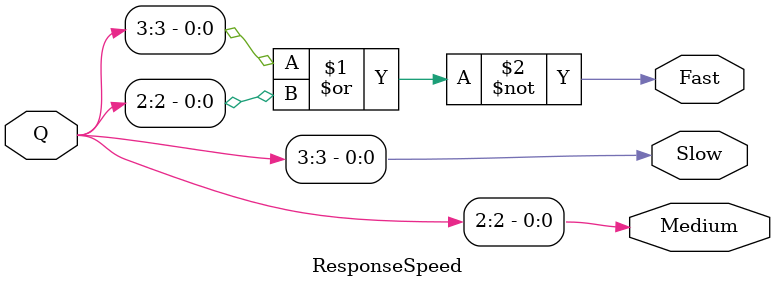
<source format=v>
`timescale 1ns / 1ps
module ResponseSpeed (input [3:0] Q, output Fast, Medium, Slow);
assign Slow = Q[3];
assign Medium = Q[2];
assign Fast = ~ (Slow | Medium);
endmodule

</source>
